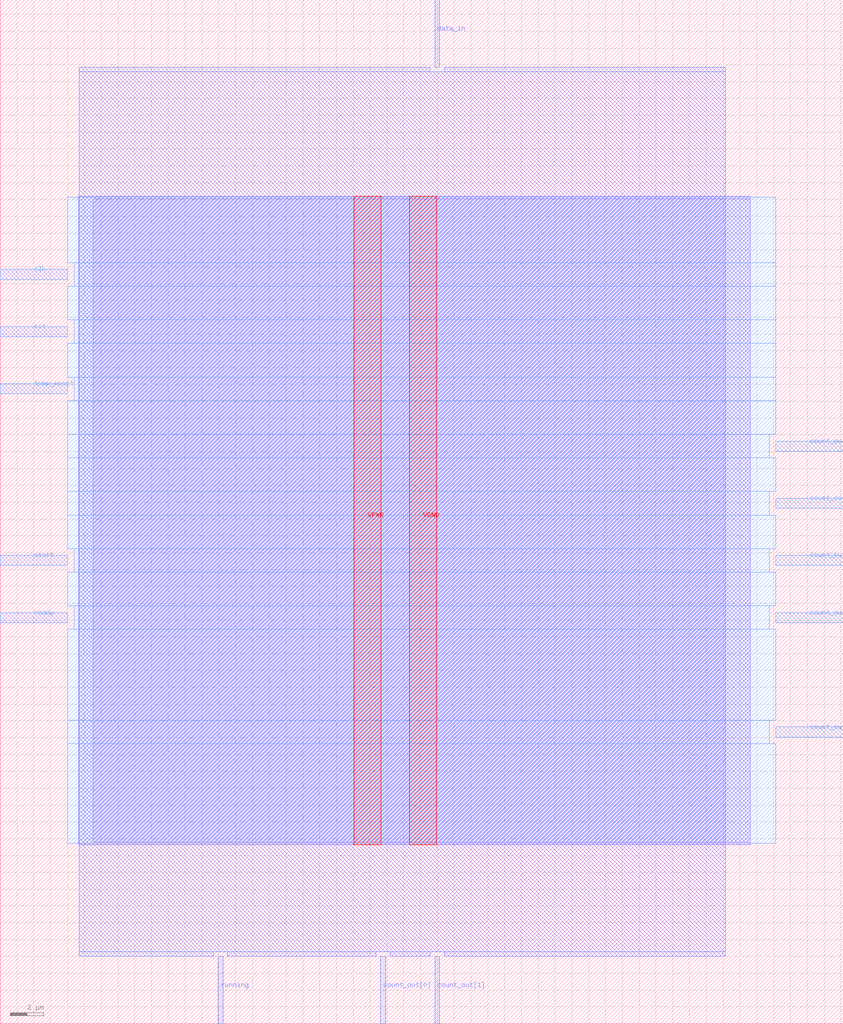
<source format=lef>
VERSION 5.7 ;
  NOWIREEXTENSIONATPIN ON ;
  DIVIDERCHAR "/" ;
  BUSBITCHARS "[]" ;
MACRO top
  CLASS BLOCK ;
  FOREIGN top ;
  ORIGIN 0.000 0.000 ;
  SIZE 50.140 BY 60.860 ;
  PIN VGND
    DIRECTION INOUT ;
    USE GROUND ;
    PORT
      LAYER met4 ;
        RECT 24.340 10.640 25.940 49.200 ;
    END
  END VGND
  PIN VPWR
    DIRECTION INOUT ;
    USE POWER ;
    PORT
      LAYER met4 ;
        RECT 21.040 10.640 22.640 49.200 ;
    END
  END VPWR
  PIN clk
    DIRECTION INPUT ;
    USE SIGNAL ;
    ANTENNAGATEAREA 0.852000 ;
    PORT
      LAYER met3 ;
        RECT 0.000 44.240 4.000 44.840 ;
    END
  END clk
  PIN count_out[0]
    DIRECTION OUTPUT ;
    USE SIGNAL ;
    ANTENNADIFFAREA 0.445500 ;
    PORT
      LAYER met2 ;
        RECT 22.630 0.000 22.910 4.000 ;
    END
  END count_out[0]
  PIN count_out[1]
    DIRECTION OUTPUT ;
    USE SIGNAL ;
    ANTENNADIFFAREA 0.445500 ;
    PORT
      LAYER met2 ;
        RECT 25.850 0.000 26.130 4.000 ;
    END
  END count_out[1]
  PIN count_out[2]
    DIRECTION OUTPUT ;
    USE SIGNAL ;
    ANTENNADIFFAREA 0.445500 ;
    PORT
      LAYER met3 ;
        RECT 46.140 30.640 50.140 31.240 ;
    END
  END count_out[2]
  PIN count_out[3]
    DIRECTION OUTPUT ;
    USE SIGNAL ;
    ANTENNADIFFAREA 0.445500 ;
    PORT
      LAYER met3 ;
        RECT 46.140 34.040 50.140 34.640 ;
    END
  END count_out[3]
  PIN count_out[4]
    DIRECTION OUTPUT ;
    USE SIGNAL ;
    ANTENNADIFFAREA 0.445500 ;
    PORT
      LAYER met3 ;
        RECT 46.140 27.240 50.140 27.840 ;
    END
  END count_out[4]
  PIN count_out[5]
    DIRECTION OUTPUT ;
    USE SIGNAL ;
    ANTENNADIFFAREA 0.445500 ;
    PORT
      LAYER met3 ;
        RECT 46.140 17.040 50.140 17.640 ;
    END
  END count_out[5]
  PIN count_out[6]
    DIRECTION OUTPUT ;
    USE SIGNAL ;
    ANTENNADIFFAREA 0.445500 ;
    PORT
      LAYER met3 ;
        RECT 46.140 23.840 50.140 24.440 ;
    END
  END count_out[6]
  PIN data_in
    DIRECTION INPUT ;
    USE SIGNAL ;
    ANTENNAGATEAREA 0.196500 ;
    PORT
      LAYER met2 ;
        RECT 25.850 56.860 26.130 60.860 ;
    END
  END data_in
  PIN ready
    DIRECTION OUTPUT ;
    USE SIGNAL ;
    ANTENNADIFFAREA 0.445500 ;
    PORT
      LAYER met3 ;
        RECT 0.000 23.840 4.000 24.440 ;
    END
  END ready
  PIN rst
    DIRECTION INPUT ;
    USE SIGNAL ;
    ANTENNAGATEAREA 0.213000 ;
    PORT
      LAYER met3 ;
        RECT 0.000 40.840 4.000 41.440 ;
    END
  END rst
  PIN running
    DIRECTION OUTPUT ;
    USE SIGNAL ;
    ANTENNADIFFAREA 0.445500 ;
    PORT
      LAYER met2 ;
        RECT 12.970 0.000 13.250 4.000 ;
    END
  END running
  PIN start
    DIRECTION INPUT ;
    USE SIGNAL ;
    ANTENNAGATEAREA 0.196500 ;
    PORT
      LAYER met3 ;
        RECT 0.000 27.240 4.000 27.840 ;
    END
  END start
  PIN temp_reset
    DIRECTION OUTPUT ;
    USE SIGNAL ;
    ANTENNADIFFAREA 0.445500 ;
    PORT
      LAYER met3 ;
        RECT 0.000 37.440 4.000 38.040 ;
    END
  END temp_reset
  OBS
      LAYER li1 ;
        RECT 5.520 10.795 44.620 49.045 ;
      LAYER met1 ;
        RECT 4.670 10.640 44.620 49.200 ;
      LAYER met2 ;
        RECT 4.690 56.580 25.570 56.860 ;
        RECT 26.410 56.580 43.140 56.860 ;
        RECT 4.690 4.280 43.140 56.580 ;
        RECT 4.690 4.000 12.690 4.280 ;
        RECT 13.530 4.000 22.350 4.280 ;
        RECT 23.190 4.000 25.570 4.280 ;
        RECT 26.410 4.000 43.140 4.280 ;
      LAYER met3 ;
        RECT 4.000 45.240 46.140 49.125 ;
        RECT 4.400 43.840 46.140 45.240 ;
        RECT 4.000 41.840 46.140 43.840 ;
        RECT 4.400 40.440 46.140 41.840 ;
        RECT 4.000 38.440 46.140 40.440 ;
        RECT 4.400 37.040 46.140 38.440 ;
        RECT 4.000 35.040 46.140 37.040 ;
        RECT 4.000 33.640 45.740 35.040 ;
        RECT 4.000 31.640 46.140 33.640 ;
        RECT 4.000 30.240 45.740 31.640 ;
        RECT 4.000 28.240 46.140 30.240 ;
        RECT 4.400 26.840 45.740 28.240 ;
        RECT 4.000 24.840 46.140 26.840 ;
        RECT 4.400 23.440 45.740 24.840 ;
        RECT 4.000 18.040 46.140 23.440 ;
        RECT 4.000 16.640 45.740 18.040 ;
        RECT 4.000 10.715 46.140 16.640 ;
  END
END top
END LIBRARY


</source>
